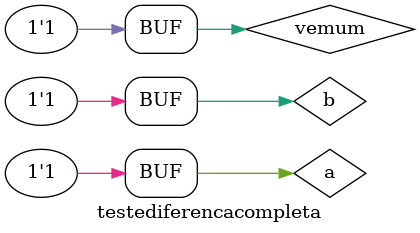
<source format=v>


module meiadiferenca (s, s1, p, q);
output s, s1;
input p, q;
assign s = p ^ q;
assign s1 = ~p & q;

endmodule // meiadiferenca

//---Teste Diferenca Completa ---

module testediferencacompleta;
reg a, b, vemum;
wire s2, s3, s4, s, s1;

meiadiferenca M1 (s2, s3, a, b);
meiadiferenca M2 (s, s4, s2, vemum);
or OR1 (s1, s3, s4);

 // parte principal
   initial begin
	   $display("Guia 04 - Exercicio 03");
		$display("Bruno Cesar Lopes Silva - 415985");
      $display("Diferenca Completa");
      $display("\n a - b - cIn = s / cOut\n");
  		a=0; b=0; vemum=0;
		$monitor(" %b - %b - %b =   %b / %b", a, b, vemum, s, s1);
		#1 a=0; b=0; vemum=1;
		#1 a=0; b=1; vemum=0;
		#1 a=0; b=1; vemum=1;
		#1 a=1; b=0; vemum=0;
		#1 a=1; b=0; vemum=1;
		#1 a=1; b=1; vemum=0;
		#1 a=1; b=1; vemum=1;
		
		end
		
		endmodule // testediferencacompleta
</source>
